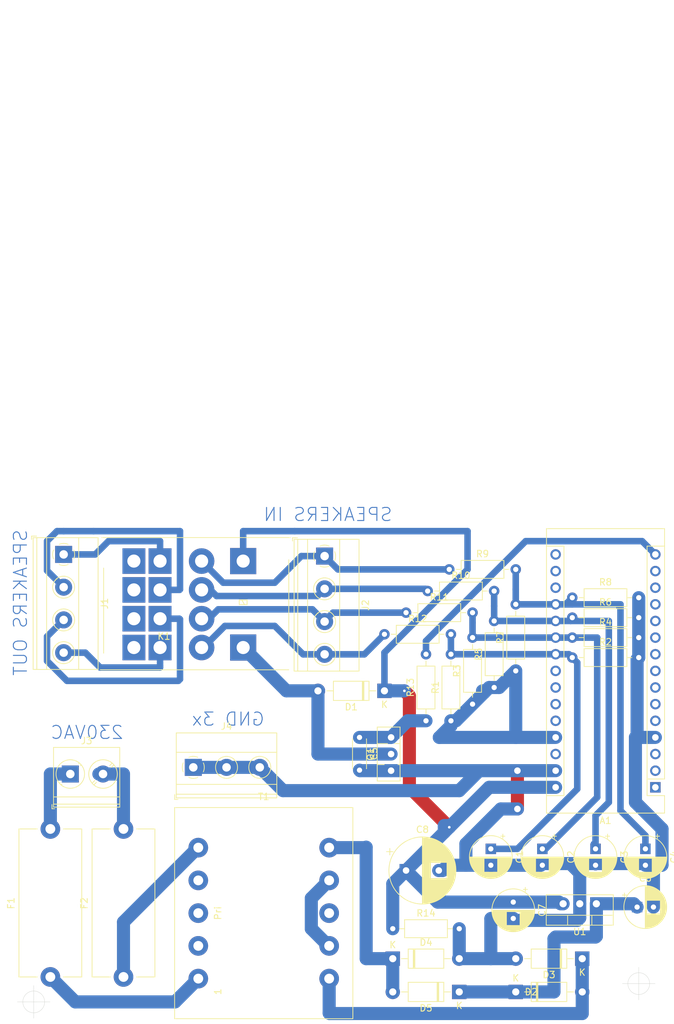
<source format=kicad_pcb>
(kicad_pcb (version 20171130) (host pcbnew "(5.1.7)-1")
  (layers (0 F.Cu signal) (31 B.Cu signal) (34 B.Paste user hide) (35 F.Paste user hide) (36 B.SilkS user hide) (37 F.SilkS user hide) (38 B.Mask user) (39 F.Mask user) (44 Edge.Cuts user))
  (net 0 "")
  (net 1 "Net-(A1-Pad30)")
  (net 2 "Net-(A1-Pad22)")
  (net 3 "Net-(A1-Pad27)")
  (net 4 "Net-(A1-Pad21)")
  (net 5 "Net-(A1-Pad20)")
  (net 6 "Net-(A1-Pad19)")
  (net 7 "Net-(C5-Pad1)")
  (net 8 "Net-(C6-Pad1)")
  (net 9 "Net-(D1-Pad2)")
  (net 10 "Net-(D2-Pad2)")
  (net 11 "Net-(D4-Pad1)")
  (net 12 "Net-(F1-Pad2)")
  (net 13 "Net-(F1-Pad1)")
  (net 14 "Net-(F2-Pad2)")
  (net 15 "Net-(F2-Pad1)")
  (net 16 "Net-(J1-Pad4)")
  (net 17 "Net-(J1-Pad3)")
  (net 18 "Net-(J1-Pad2)")
  (net 19 "Net-(J1-Pad1)")
  (net 20 "Net-(J2-Pad4)")
  (net 21 "Net-(J2-Pad3)")
  (net 22 "Net-(J2-Pad2)")
  (net 23 "Net-(J2-Pad1)")
  (net 24 "Net-(A1-Pad29)")
  (net 25 "Net-(T1-Pad7)")
  (net 26 "Net-(A1-Pad15)")
  (module TerminalBlock_Phoenix:TerminalBlock_Phoenix_MKDS-1,5-3-5.08_1x03_P5.08mm_Horizontal (layer F.Cu) (at 74.041 137.414)
    (fp_text reference J4 (at 5.08 -6.26) (layer F.SilkS))
    (fp_text value Conn_01x03_Female)
    (pad 3 thru_hole circle (at 10.16 0) (size 2.6 2.6) (drill 1.3) (layers *.Cu *.Mask) (net 24 "Net-(A1-Pad29)"))
    (pad 2 thru_hole circle (at 5.08 0) (size 2.6 2.6) (drill 1.3) (layers *.Cu *.Mask) (net 24 "Net-(A1-Pad29)"))
    (pad 1 thru_hole rect (at 0 0) (size 2.6 2.6) (drill 1.3) (layers *.Cu *.Mask) (net 24 "Net-(A1-Pad29)"))
  )
  (module Module:Arduino_Nano (layer F.Cu) (at 144.653 140.462 180)
    (fp_text reference A1 (at 7.62 -5.08 180) (layer F.SilkS))
    (fp_text value Arduino_Nano_v3.x)
    (pad 16 thru_hole oval (at 15.24 35.56 180) (size 1.6 1.6) (drill 1) (layers *.Cu *.Mask))
    (pad 15 thru_hole oval (at 0 35.56 180) (size 1.6 1.6) (drill 1) (layers *.Cu *.Mask) (net 26 "Net-(A1-Pad15)"))
    (pad 30 thru_hole oval (at 15.24 0 180) (size 1.6 1.6) (drill 1) (layers *.Cu *.Mask) (net 1 "Net-(A1-Pad30)"))
    (pad 14 thru_hole oval (at 0 33.02 180) (size 1.6 1.6) (drill 1) (layers *.Cu *.Mask))
    (pad 29 thru_hole oval (at 15.24 2.54 180) (size 1.6 1.6) (drill 1) (layers *.Cu *.Mask) (net 24 "Net-(A1-Pad29)"))
    (pad 13 thru_hole oval (at 0 30.48 180) (size 1.6 1.6) (drill 1) (layers *.Cu *.Mask))
    (pad 28 thru_hole oval (at 15.24 5.08 180) (size 1.6 1.6) (drill 1) (layers *.Cu *.Mask))
    (pad 12 thru_hole oval (at 0 27.94 180) (size 1.6 1.6) (drill 1) (layers *.Cu *.Mask))
    (pad 27 thru_hole oval (at 15.24 7.62 180) (size 1.6 1.6) (drill 1) (layers *.Cu *.Mask) (net 3 "Net-(A1-Pad27)"))
    (pad 11 thru_hole oval (at 0 25.4 180) (size 1.6 1.6) (drill 1) (layers *.Cu *.Mask))
    (pad 26 thru_hole oval (at 15.24 10.16 180) (size 1.6 1.6) (drill 1) (layers *.Cu *.Mask))
    (pad 10 thru_hole oval (at 0 22.86 180) (size 1.6 1.6) (drill 1) (layers *.Cu *.Mask))
    (pad 25 thru_hole oval (at 15.24 12.7 180) (size 1.6 1.6) (drill 1) (layers *.Cu *.Mask))
    (pad 9 thru_hole oval (at 0 20.32 180) (size 1.6 1.6) (drill 1) (layers *.Cu *.Mask))
    (pad 24 thru_hole oval (at 15.24 15.24 180) (size 1.6 1.6) (drill 1) (layers *.Cu *.Mask))
    (pad 8 thru_hole oval (at 0 17.78 180) (size 1.6 1.6) (drill 1) (layers *.Cu *.Mask))
    (pad 23 thru_hole oval (at 15.24 17.78 180) (size 1.6 1.6) (drill 1) (layers *.Cu *.Mask))
    (pad 7 thru_hole oval (at 0 15.24 180) (size 1.6 1.6) (drill 1) (layers *.Cu *.Mask))
    (pad 22 thru_hole oval (at 15.24 20.32 180) (size 1.6 1.6) (drill 1) (layers *.Cu *.Mask) (net 2 "Net-(A1-Pad22)"))
    (pad 6 thru_hole oval (at 0 12.7 180) (size 1.6 1.6) (drill 1) (layers *.Cu *.Mask))
    (pad 21 thru_hole oval (at 15.24 22.86 180) (size 1.6 1.6) (drill 1) (layers *.Cu *.Mask) (net 4 "Net-(A1-Pad21)"))
    (pad 5 thru_hole oval (at 0 10.16 180) (size 1.6 1.6) (drill 1) (layers *.Cu *.Mask))
    (pad 20 thru_hole oval (at 15.24 25.4 180) (size 1.6 1.6) (drill 1) (layers *.Cu *.Mask) (net 5 "Net-(A1-Pad20)"))
    (pad 4 thru_hole oval (at 0 7.62 180) (size 1.6 1.6) (drill 1) (layers *.Cu *.Mask) (net 24 "Net-(A1-Pad29)"))
    (pad 19 thru_hole oval (at 15.24 27.94 180) (size 1.6 1.6) (drill 1) (layers *.Cu *.Mask) (net 6 "Net-(A1-Pad19)"))
    (pad 3 thru_hole oval (at 0 5.08 180) (size 1.6 1.6) (drill 1) (layers *.Cu *.Mask))
    (pad 18 thru_hole oval (at 15.24 30.48 180) (size 1.6 1.6) (drill 1) (layers *.Cu *.Mask))
    (pad 2 thru_hole oval (at 0 2.54 180) (size 1.6 1.6) (drill 1) (layers *.Cu *.Mask))
    (pad 17 thru_hole oval (at 15.24 33.02 180) (size 1.6 1.6) (drill 1) (layers *.Cu *.Mask))
    (pad 1 thru_hole rect (at 0 0 180) (size 1.6 1.6) (drill 1) (layers *.Cu *.Mask))
  )
  (module Package_TO_SOT_THT:TO-220-3_Vertical (layer F.Cu) (at 135.636 158.242 180)
    (fp_text reference U1 (at 2.54 -4.27 180) (layer F.SilkS))
    (fp_text value LM7812_TO220)
    (pad 3 thru_hole oval (at 5.08 0 180) (size 1.905 2) (drill 1.1) (layers *.Cu *.Mask) (net 1 "Net-(A1-Pad30)"))
    (pad 2 thru_hole oval (at 2.54 0 180) (size 1.905 2) (drill 1.1) (layers *.Cu *.Mask) (net 24 "Net-(A1-Pad29)"))
    (pad 1 thru_hole rect (at 0 0 180) (size 1.905 2) (drill 1.1) (layers *.Cu *.Mask) (net 8 "Net-(C6-Pad1)"))
  )
  (module Transformer_THT:Transformer_CHK_EI30-2VA_2xSec (layer F.Cu) (at 74.803 169.672)
    (fp_text reference T1 (at 10 -27.78) (layer F.SilkS))
    (fp_text value Transformer_1P_2S)
    (fp_text user 1 (at 3 2 90) (layer F.SilkS))
    (fp_text user Pri (at 3 -10 90) (layer F.SilkS))
    (pad 10 thru_hole circle (at 20 0) (size 3 3) (drill 1.5) (layers *.Cu *.Mask) (net 10 "Net-(D2-Pad2)"))
    (pad 9 thru_hole circle (at 20 -5) (size 3 3) (drill 1.5) (layers *.Cu *.Mask) (net 25 "Net-(T1-Pad7)"))
    (pad 8 thru_hole circle (at 20 -10) (size 3 3) (drill 1.5) (layers *.Cu *.Mask))
    (pad 7 thru_hole circle (at 20 -15) (size 3 3) (drill 1.5) (layers *.Cu *.Mask) (net 25 "Net-(T1-Pad7)"))
    (pad 6 thru_hole circle (at 20 -20) (size 3 3) (drill 1.5) (layers *.Cu *.Mask) (net 11 "Net-(D4-Pad1)"))
    (pad 5 thru_hole circle (at 0 -20) (size 3 3) (drill 1.5) (layers *.Cu *.Mask) (net 15 "Net-(F2-Pad1)"))
    (pad 4 thru_hole circle (at 0 -15) (size 3 3) (drill 1.5) (layers *.Cu *.Mask))
    (pad 3 thru_hole circle (at 0 -10) (size 3 3) (drill 1.5) (layers *.Cu *.Mask))
    (pad 2 thru_hole circle (at 0 -5) (size 3 3) (drill 1.5) (layers *.Cu *.Mask))
    (pad 1 thru_hole circle (at 0 0) (size 3 3) (drill 1.5) (layers *.Cu *.Mask) (net 13 "Net-(F1-Pad1)"))
  )
  (module Resistor_THT:R_Axial_DIN0207_L6.3mm_D2.5mm_P10.16mm_Horizontal (layer F.Cu) (at 104.521 162.052)
    (fp_text reference R14 (at 5.08 -2.37) (layer F.SilkS))
    (fp_text value 4K7)
    (pad 2 thru_hole oval (at 10.16 0) (size 1.6 1.6) (drill 0.8) (layers *.Cu *.Mask) (net 24 "Net-(A1-Pad29)"))
    (pad 1 thru_hole circle (at 0 0) (size 1.6 1.6) (drill 0.8) (layers *.Cu *.Mask) (net 1 "Net-(A1-Pad30)"))
  )
  (module Resistor_THT:R_Axial_DIN0207_L6.3mm_D2.5mm_P10.16mm_Horizontal (layer F.Cu) (at 109.601 130.302 90)
    (fp_text reference R13 (at 5.08 -2.37 90) (layer F.SilkS))
    (fp_text value 10K)
    (pad 2 thru_hole oval (at 10.16 0 90) (size 1.6 1.6) (drill 0.8) (layers *.Cu *.Mask) (net 26 "Net-(A1-Pad15)"))
    (pad 1 thru_hole circle (at 0 0 90) (size 1.6 1.6) (drill 0.8) (layers *.Cu *.Mask) (net 7 "Net-(C5-Pad1)"))
  )
  (module Resistor_THT:R_Axial_DIN0207_L6.3mm_D2.5mm_P10.16mm_Horizontal (layer F.Cu) (at 103.251 117.094)
    (fp_text reference R12 (at 5.08 -2.37) (layer F.SilkS))
    (fp_text value 82K)
    (pad 2 thru_hole oval (at 10.16 0) (size 1.6 1.6) (drill 0.8) (layers *.Cu *.Mask) (net 2 "Net-(A1-Pad22)"))
    (pad 1 thru_hole circle (at 0 0) (size 1.6 1.6) (drill 0.8) (layers *.Cu *.Mask) (net 20 "Net-(J2-Pad4)"))
  )
  (module Resistor_THT:R_Axial_DIN0207_L6.3mm_D2.5mm_P10.16mm_Horizontal (layer F.Cu) (at 106.553 113.792)
    (fp_text reference R11 (at 5.08 -2.37) (layer F.SilkS))
    (fp_text value 82K)
    (pad 2 thru_hole oval (at 10.16 0) (size 1.6 1.6) (drill 0.8) (layers *.Cu *.Mask) (net 4 "Net-(A1-Pad21)"))
    (pad 1 thru_hole circle (at 0 0) (size 1.6 1.6) (drill 0.8) (layers *.Cu *.Mask) (net 21 "Net-(J2-Pad3)"))
  )
  (module Resistor_THT:R_Axial_DIN0207_L6.3mm_D2.5mm_P10.16mm_Horizontal (layer F.Cu) (at 109.855 110.49)
    (fp_text reference R10 (at 5.08 -2.37) (layer F.SilkS))
    (fp_text value 82K)
    (pad 2 thru_hole oval (at 10.16 0) (size 1.6 1.6) (drill 0.8) (layers *.Cu *.Mask) (net 5 "Net-(A1-Pad20)"))
    (pad 1 thru_hole circle (at 0 0) (size 1.6 1.6) (drill 0.8) (layers *.Cu *.Mask) (net 22 "Net-(J2-Pad2)"))
  )
  (module Resistor_THT:R_Axial_DIN0207_L6.3mm_D2.5mm_P10.16mm_Horizontal (layer F.Cu) (at 113.157 107.188)
    (fp_text reference R9 (at 5.08 -2.37) (layer F.SilkS))
    (fp_text value 82K)
    (pad 2 thru_hole oval (at 10.16 0) (size 1.6 1.6) (drill 0.8) (layers *.Cu *.Mask) (net 6 "Net-(A1-Pad19)"))
    (pad 1 thru_hole circle (at 0 0) (size 1.6 1.6) (drill 0.8) (layers *.Cu *.Mask) (net 23 "Net-(J2-Pad1)"))
  )
  (module Resistor_THT:R_Axial_DIN0207_L6.3mm_D2.5mm_P10.16mm_Horizontal (layer F.Cu) (at 131.953 111.506)
    (fp_text reference R8 (at 5.08 -2.37) (layer F.SilkS))
    (fp_text value 10K)
    (pad 2 thru_hole oval (at 10.16 0) (size 1.6 1.6) (drill 0.8) (layers *.Cu *.Mask) (net 24 "Net-(A1-Pad29)"))
    (pad 1 thru_hole circle (at 0 0) (size 1.6 1.6) (drill 0.8) (layers *.Cu *.Mask) (net 6 "Net-(A1-Pad19)"))
  )
  (module Resistor_THT:R_Axial_DIN0207_L6.3mm_D2.5mm_P10.16mm_Horizontal (layer F.Cu) (at 123.317 122.682 90)
    (fp_text reference R7 (at 5.08 -2.37 90) (layer F.SilkS))
    (fp_text value 10K)
    (pad 2 thru_hole oval (at 10.16 0 90) (size 1.6 1.6) (drill 0.8) (layers *.Cu *.Mask) (net 6 "Net-(A1-Pad19)"))
    (pad 1 thru_hole circle (at 0 0 90) (size 1.6 1.6) (drill 0.8) (layers *.Cu *.Mask) (net 3 "Net-(A1-Pad27)"))
  )
  (module Resistor_THT:R_Axial_DIN0207_L6.3mm_D2.5mm_P10.16mm_Horizontal (layer F.Cu) (at 131.953 114.554)
    (fp_text reference R6 (at 5.08 -2.37) (layer F.SilkS))
    (fp_text value 10K)
    (pad 2 thru_hole oval (at 10.16 0) (size 1.6 1.6) (drill 0.8) (layers *.Cu *.Mask) (net 24 "Net-(A1-Pad29)"))
    (pad 1 thru_hole circle (at 0 0) (size 1.6 1.6) (drill 0.8) (layers *.Cu *.Mask) (net 5 "Net-(A1-Pad20)"))
  )
  (module Resistor_THT:R_Axial_DIN0207_L6.3mm_D2.5mm_P10.16mm_Horizontal (layer F.Cu) (at 120.015 125.222 90)
    (fp_text reference R5 (at 5.08 -2.37 90) (layer F.SilkS))
    (fp_text value 10K)
    (pad 2 thru_hole oval (at 10.16 0 90) (size 1.6 1.6) (drill 0.8) (layers *.Cu *.Mask) (net 5 "Net-(A1-Pad20)"))
    (pad 1 thru_hole circle (at 0 0 90) (size 1.6 1.6) (drill 0.8) (layers *.Cu *.Mask) (net 3 "Net-(A1-Pad27)"))
  )
  (module Resistor_THT:R_Axial_DIN0207_L6.3mm_D2.5mm_P10.16mm_Horizontal (layer F.Cu) (at 131.953 117.602)
    (fp_text reference R4 (at 5.08 -2.37) (layer F.SilkS))
    (fp_text value 10K)
    (pad 2 thru_hole oval (at 10.16 0) (size 1.6 1.6) (drill 0.8) (layers *.Cu *.Mask) (net 24 "Net-(A1-Pad29)"))
    (pad 1 thru_hole circle (at 0 0) (size 1.6 1.6) (drill 0.8) (layers *.Cu *.Mask) (net 4 "Net-(A1-Pad21)"))
  )
  (module Resistor_THT:R_Axial_DIN0207_L6.3mm_D2.5mm_P10.16mm_Horizontal (layer F.Cu) (at 116.713 127.762 90)
    (fp_text reference R3 (at 5.08 -2.37 90) (layer F.SilkS))
    (fp_text value 10K)
    (pad 2 thru_hole oval (at 10.16 0 90) (size 1.6 1.6) (drill 0.8) (layers *.Cu *.Mask) (net 4 "Net-(A1-Pad21)"))
    (pad 1 thru_hole circle (at 0 0 90) (size 1.6 1.6) (drill 0.8) (layers *.Cu *.Mask) (net 3 "Net-(A1-Pad27)"))
  )
  (module Resistor_THT:R_Axial_DIN0207_L6.3mm_D2.5mm_P10.16mm_Horizontal (layer F.Cu) (at 131.953 120.65)
    (fp_text reference R2 (at 5.08 -2.37) (layer F.SilkS))
    (fp_text value 10K)
    (pad 2 thru_hole oval (at 10.16 0) (size 1.6 1.6) (drill 0.8) (layers *.Cu *.Mask) (net 24 "Net-(A1-Pad29)"))
    (pad 1 thru_hole circle (at 0 0) (size 1.6 1.6) (drill 0.8) (layers *.Cu *.Mask) (net 2 "Net-(A1-Pad22)"))
  )
  (module Resistor_THT:R_Axial_DIN0207_L6.3mm_D2.5mm_P10.16mm_Horizontal (layer F.Cu) (at 113.411 130.302 90)
    (fp_text reference R1 (at 5.08 -2.37 90) (layer F.SilkS))
    (fp_text value 10K)
    (pad 2 thru_hole oval (at 10.16 0 90) (size 1.6 1.6) (drill 0.8) (layers *.Cu *.Mask) (net 2 "Net-(A1-Pad22)"))
    (pad 1 thru_hole circle (at 0 0 90) (size 1.6 1.6) (drill 0.8) (layers *.Cu *.Mask) (net 3 "Net-(A1-Pad27)"))
  )
  (module Package_TO_SOT_THT:TO-126-3_Vertical (layer F.Cu) (at 104.267 137.922 90)
    (fp_text reference Q1 (at 2.54 -3.12 90) (layer F.SilkS))
    (fp_text value BD135)
    (pad 3 thru_hole oval (at 5.08 0 90) (size 1.8 1.8) (drill 1) (layers *.Cu *.Mask) (net 7 "Net-(C5-Pad1)"))
    (pad 2 thru_hole oval (at 2.54 0 90) (size 1.8 1.8) (drill 1) (layers *.Cu *.Mask) (net 9 "Net-(D1-Pad2)"))
    (pad 1 thru_hole rect (at 0 0 90) (size 1.8 1.8) (drill 1) (layers *.Cu *.Mask) (net 24 "Net-(A1-Pad29)"))
  )
  (module Relay_THT:Relay_4PDT_SCHRACK_PT570012 (layer F.Cu) (at 81.661 105.918 180)
    (fp_text reference K1 (at 12.1 -11.5) (layer F.SilkS))
    (fp_text value SCHRACK_PT570012)
    (pad 42 thru_hole rect (at 16.7 -13.2 270) (size 3.9 3.5) (drill 2) (layers *.Cu *.Mask))
    (pad 44 thru_hole rect (at 12.7 -13.2 270) (size 3.9 3.5) (drill 2) (layers *.Cu *.Mask) (net 16 "Net-(J1-Pad4)"))
    (pad 41 thru_hole circle (at 6.35 -13.2 270) (size 3.9 3.9) (drill 2) (layers *.Cu *.Mask) (net 20 "Net-(J2-Pad4)"))
    (pad 32 thru_hole rect (at 16.7 -8.8 270) (size 3.9 3.5) (drill 2) (layers *.Cu *.Mask))
    (pad 34 thru_hole rect (at 12.7 -8.8 270) (size 3.9 3.5) (drill 2) (layers *.Cu *.Mask) (net 17 "Net-(J1-Pad3)"))
    (pad 31 thru_hole circle (at 6.35 -8.8 270) (size 3.9 3.9) (drill 2) (layers *.Cu *.Mask) (net 21 "Net-(J2-Pad3)"))
    (pad 22 thru_hole rect (at 16.7 -4.4 270) (size 3.9 3.5) (drill 2) (layers *.Cu *.Mask))
    (pad 24 thru_hole rect (at 12.7 -4.4 270) (size 3.9 3.5) (drill 2) (layers *.Cu *.Mask) (net 18 "Net-(J1-Pad2)"))
    (pad 21 thru_hole circle (at 6.35 -4.4 270) (size 3.9 3.9) (drill 2) (layers *.Cu *.Mask) (net 22 "Net-(J2-Pad2)"))
    (pad A2 thru_hole rect (at 0 -13.2 270) (size 4 4) (drill 2) (layers *.Cu *.Mask) (net 9 "Net-(D1-Pad2)"))
    (pad 12 thru_hole rect (at 16.7 0 270) (size 3.9 3.5) (drill 2) (layers *.Cu *.Mask))
    (pad 14 thru_hole rect (at 12.7 0 270) (size 3.9 3.5) (drill 2) (layers *.Cu *.Mask) (net 19 "Net-(J1-Pad1)"))
    (pad 11 thru_hole circle (at 6.35 0 270) (size 3.9 3.9) (drill 2) (layers *.Cu *.Mask) (net 23 "Net-(J2-Pad1)"))
    (pad A1 thru_hole rect (at 0 0 270) (size 4 4) (drill 2) (layers *.Cu *.Mask) (net 1 "Net-(A1-Pad30)"))
  )
  (module TerminalBlock_Phoenix:TerminalBlock_Phoenix_PT-1,5-2-5.0-H_1x02_P5.00mm_Horizontal (layer F.Cu) (at 55.245 138.43)
    (fp_text reference J3 (at 2.5 -5.06) (layer F.SilkS))
    (fp_text value Conn_01x02_Female)
    (pad 2 thru_hole circle (at 5 0) (size 2.6 2.6) (drill 1.3) (layers *.Cu *.Mask) (net 14 "Net-(F2-Pad2)"))
    (pad 1 thru_hole rect (at 0 0) (size 2.6 2.6) (drill 1.3) (layers *.Cu *.Mask) (net 12 "Net-(F1-Pad2)"))
  )
  (module TerminalBlock_Phoenix:TerminalBlock_Phoenix_MKDS-1,5-4_1x04_P5.00mm_Horizontal (layer F.Cu) (at 94.107 105.156 270)
    (fp_text reference J2 (at 7.5 -6.26 270) (layer F.SilkS))
    (fp_text value Conn_01x04_Female)
    (pad 4 thru_hole circle (at 15 0 270) (size 2.6 2.6) (drill 1.3) (layers *.Cu *.Mask) (net 20 "Net-(J2-Pad4)"))
    (pad 3 thru_hole circle (at 10 0 270) (size 2.6 2.6) (drill 1.3) (layers *.Cu *.Mask) (net 21 "Net-(J2-Pad3)"))
    (pad 2 thru_hole circle (at 5 0 270) (size 2.6 2.6) (drill 1.3) (layers *.Cu *.Mask) (net 22 "Net-(J2-Pad2)"))
    (pad 1 thru_hole rect (at 0 0 270) (size 2.6 2.6) (drill 1.3) (layers *.Cu *.Mask) (net 23 "Net-(J2-Pad1)"))
  )
  (module TerminalBlock_Phoenix:TerminalBlock_Phoenix_MKDS-1,5-4_1x04_P5.00mm_Horizontal (layer F.Cu) (at 54.229 104.902 270)
    (fp_text reference J1 (at 7.5 -6.26 270) (layer F.SilkS))
    (fp_text value Conn_01x04_Female)
    (pad 4 thru_hole circle (at 15 0 270) (size 2.6 2.6) (drill 1.3) (layers *.Cu *.Mask) (net 16 "Net-(J1-Pad4)"))
    (pad 3 thru_hole circle (at 10 0 270) (size 2.6 2.6) (drill 1.3) (layers *.Cu *.Mask) (net 17 "Net-(J1-Pad3)"))
    (pad 2 thru_hole circle (at 5 0 270) (size 2.6 2.6) (drill 1.3) (layers *.Cu *.Mask) (net 18 "Net-(J1-Pad2)"))
    (pad 1 thru_hole rect (at 0 0 270) (size 2.6 2.6) (drill 1.3) (layers *.Cu *.Mask) (net 19 "Net-(J1-Pad1)"))
  )
  (module Fuse:Fuseholder_Cylinder-5x20mm_Stelvio-Kontek_PTF78_Horizontal_Open (layer F.Cu) (at 63.373 169.418 90)
    (fp_text reference F2 (at 11.25 -6 -90) (layer F.SilkS))
    (fp_text value Fuse)
    (pad 2 thru_hole circle (at 22.6 0 90) (size 3 3) (drill 1.5) (layers *.Cu *.Mask) (net 14 "Net-(F2-Pad2)"))
    (pad 1 thru_hole circle (at 0 0 90) (size 3 3) (drill 1.5) (layers *.Cu *.Mask) (net 15 "Net-(F2-Pad1)"))
  )
  (module Fuse:Fuseholder_Cylinder-5x20mm_Stelvio-Kontek_PTF78_Horizontal_Open (layer F.Cu) (at 52.197 169.418 90)
    (fp_text reference F1 (at 11.25 -6 90) (layer F.SilkS))
    (fp_text value Fuse)
    (pad 2 thru_hole circle (at 22.6 0 90) (size 3 3) (drill 1.5) (layers *.Cu *.Mask) (net 12 "Net-(F1-Pad2)"))
    (pad 1 thru_hole circle (at 0 0 90) (size 3 3) (drill 1.5) (layers *.Cu *.Mask) (net 13 "Net-(F1-Pad1)"))
  )
  (module Diode_THT:D_DO-41_SOD81_P10.16mm_Horizontal (layer F.Cu) (at 114.681 171.704 180)
    (fp_text reference D5 (at 5.08 -2.47) (layer F.SilkS))
    (fp_text value 1N4001)
    (fp_text user K (at 0 -2.1) (layer F.SilkS))
    (pad 2 thru_hole oval (at 10.16 0 180) (size 2.2 2.2) (drill 1.1) (layers *.Cu *.Mask) (net 11 "Net-(D4-Pad1)"))
    (pad 1 thru_hole rect (at 0 0 180) (size 2.2 2.2) (drill 1.1) (layers *.Cu *.Mask) (net 8 "Net-(C6-Pad1)"))
  )
  (module Diode_THT:D_DO-41_SOD81_P10.16mm_Horizontal (layer F.Cu) (at 104.521 166.624)
    (fp_text reference D4 (at 5.08 -2.47) (layer F.SilkS))
    (fp_text value 1N4001)
    (fp_text user K (at 0 -2.1) (layer F.SilkS))
    (pad 2 thru_hole oval (at 10.16 0) (size 2.2 2.2) (drill 1.1) (layers *.Cu *.Mask) (net 24 "Net-(A1-Pad29)"))
    (pad 1 thru_hole rect (at 0 0) (size 2.2 2.2) (drill 1.1) (layers *.Cu *.Mask) (net 11 "Net-(D4-Pad1)"))
  )
  (module Diode_THT:D_DO-41_SOD81_P10.16mm_Horizontal (layer F.Cu) (at 133.477 166.624 180)
    (fp_text reference D3 (at 5.08 -2.47) (layer F.SilkS))
    (fp_text value 1N4001)
    (fp_text user K (at 0 -2.1) (layer F.SilkS))
    (pad 2 thru_hole oval (at 10.16 0 180) (size 2.2 2.2) (drill 1.1) (layers *.Cu *.Mask) (net 24 "Net-(A1-Pad29)"))
    (pad 1 thru_hole rect (at 0 0 180) (size 2.2 2.2) (drill 1.1) (layers *.Cu *.Mask) (net 10 "Net-(D2-Pad2)"))
  )
  (module Diode_THT:D_DO-41_SOD81_P10.16mm_Horizontal (layer F.Cu) (at 123.317 171.704)
    (fp_text reference D2 (at 2.36 0) (layer F.SilkS))
    (fp_text value 1N4001)
    (fp_text user K (at 0 -2.1) (layer F.SilkS))
    (pad 2 thru_hole oval (at 10.16 0) (size 2.2 2.2) (drill 1.1) (layers *.Cu *.Mask) (net 10 "Net-(D2-Pad2)"))
    (pad 1 thru_hole rect (at 0 0) (size 2.2 2.2) (drill 1.1) (layers *.Cu *.Mask) (net 8 "Net-(C6-Pad1)"))
  )
  (module Diode_THT:D_DO-41_SOD81_P10.16mm_Horizontal (layer F.Cu) (at 103.251 125.73 180)
    (fp_text reference D1 (at 5.08 -2.47) (layer F.SilkS))
    (fp_text value 1N4001)
    (fp_text user K (at 0 -2.1) (layer F.SilkS))
    (pad 2 thru_hole oval (at 10.16 0 180) (size 2.2 2.2) (drill 1.1) (layers *.Cu *.Mask) (net 9 "Net-(D1-Pad2)"))
    (pad 1 thru_hole rect (at 0 0 180) (size 2.2 2.2) (drill 1.1) (layers *.Cu *.Mask) (net 1 "Net-(A1-Pad30)"))
  )
  (module Capacitor_THT:CP_Radial_D10.0mm_P5.00mm (layer F.Cu) (at 106.553 153.162)
    (fp_text reference C8 (at 2.5 -6.25) (layer F.SilkS))
    (fp_text value 2200uF)
    (pad 2 thru_hole circle (at 5 0) (size 2 2) (drill 1) (layers *.Cu *.Mask) (net 24 "Net-(A1-Pad29)"))
    (pad 1 thru_hole rect (at 0 0) (size 2 2) (drill 1) (layers *.Cu *.Mask) (net 1 "Net-(A1-Pad30)"))
  )
  (module Capacitor_THT:CP_Radial_D6.3mm_P2.50mm (layer F.Cu) (at 122.936 157.988 270)
    (fp_text reference C7 (at 1.25 -4.4 90) (layer F.SilkS))
    (fp_text value 100uF)
    (pad 2 thru_hole circle (at 2.5 0 270) (size 1.6 1.6) (drill 0.8) (layers *.Cu *.Mask) (net 24 "Net-(A1-Pad29)"))
    (pad 1 thru_hole rect (at 0 0 270) (size 1.6 1.6) (drill 0.8) (layers *.Cu *.Mask) (net 1 "Net-(A1-Pad30)"))
  )
  (module Capacitor_THT:CP_Radial_D6.3mm_P2.50mm (layer F.Cu) (at 141.859 158.75)
    (fp_text reference C6 (at 1.25 -4.4 -180) (layer F.SilkS))
    (fp_text value 100uF)
    (pad 2 thru_hole circle (at 2.5 0) (size 1.6 1.6) (drill 0.8) (layers *.Cu *.Mask) (net 24 "Net-(A1-Pad29)"))
    (pad 1 thru_hole rect (at 0 0) (size 1.6 1.6) (drill 0.8) (layers *.Cu *.Mask) (net 8 "Net-(C6-Pad1)"))
  )
  (module Capacitor_THT:C_Disc_D4.3mm_W1.9mm_P5.00mm (layer F.Cu) (at 99.441 132.842 270)
    (fp_text reference C5 (at 2.5 -2.2 270) (layer F.SilkS))
    (fp_text value 1nF)
    (pad 2 thru_hole circle (at 5 0 270) (size 1.6 1.6) (drill 0.8) (layers *.Cu *.Mask) (net 24 "Net-(A1-Pad29)"))
    (pad 1 thru_hole circle (at 0 0 270) (size 1.6 1.6) (drill 0.8) (layers *.Cu *.Mask) (net 7 "Net-(C5-Pad1)"))
  )
  (module Capacitor_THT:CP_Radial_D6.3mm_P2.50mm (layer F.Cu) (at 143.129 149.86 270)
    (fp_text reference C4 (at 1.25 -4.4 270) (layer F.SilkS))
    (fp_text value 100uF)
    (pad 2 thru_hole circle (at 2.5 0 270) (size 1.6 1.6) (drill 0.8) (layers *.Cu *.Mask) (net 24 "Net-(A1-Pad29)"))
    (pad 1 thru_hole rect (at 0 0 270) (size 1.6 1.6) (drill 0.8) (layers *.Cu *.Mask) (net 6 "Net-(A1-Pad19)"))
  )
  (module Capacitor_THT:CP_Radial_D6.3mm_P2.50mm (layer F.Cu) (at 135.509 149.86 270)
    (fp_text reference C3 (at 1.25 -4.4 270) (layer F.SilkS))
    (fp_text value 100uF)
    (pad 2 thru_hole circle (at 2.5 0 270) (size 1.6 1.6) (drill 0.8) (layers *.Cu *.Mask) (net 24 "Net-(A1-Pad29)"))
    (pad 1 thru_hole rect (at 0 0 270) (size 1.6 1.6) (drill 0.8) (layers *.Cu *.Mask) (net 5 "Net-(A1-Pad20)"))
  )
  (module Capacitor_THT:CP_Radial_D6.3mm_P2.50mm (layer F.Cu) (at 127.381 149.86 270)
    (fp_text reference C2 (at 1.25 -4.4 90) (layer F.SilkS))
    (fp_text value 100uF)
    (pad 2 thru_hole circle (at 2.5 0 270) (size 1.6 1.6) (drill 0.8) (layers *.Cu *.Mask) (net 24 "Net-(A1-Pad29)"))
    (pad 1 thru_hole rect (at 0 0 270) (size 1.6 1.6) (drill 0.8) (layers *.Cu *.Mask) (net 4 "Net-(A1-Pad21)"))
  )
  (module Capacitor_THT:CP_Radial_D6.3mm_P2.50mm (layer F.Cu) (at 119.507 149.86 270)
    (fp_text reference C1 (at 1.25 -4.4 90) (layer F.SilkS))
    (fp_text value 100uF)
    (pad 2 thru_hole circle (at 2.5 0 270) (size 1.6 1.6) (drill 0.8) (layers *.Cu *.Mask) (net 24 "Net-(A1-Pad29)"))
    (pad 1 thru_hole rect (at 0 0 270) (size 1.6 1.6) (drill 0.8) (layers *.Cu *.Mask) (net 2 "Net-(A1-Pad22)"))
  )
  (gr_text "SPEAKERS IN" (at 94.615 98.806) (layer B.Cu) (effects (font (size 2 2)) (justify mirror)))
  (gr_text "SPEAKERS OUT" (at 47.625 112.268 90) (layer B.Cu) (effects (font (size 2 2)) (justify mirror)))
  (gr_text 230VAC (at 57.785 132.08) (layer B.Cu) (effects (font (size 2 2)) (justify mirror)))
  (gr_text "GND 3x" (at 79.375 130.048) (layer B.Cu) (effects (font (size 2 2)) (justify mirror)))
  (target plus (at 142.113 170.434) (size 5) (width 0.05) (layer Edge.Cuts))
  (target plus (at 49.657 173.228) (size 5) (width 0.05) (layer Edge.Cuts))
  (segment (start 130.556 158.242) (end 130.175 158.242) (width 2) (layer B.Cu) (net 1))
  (segment (start 130.175 158.242) (end 129.921 157.988) (width 2) (layer B.Cu) (net 1))
  (segment (start 129.921 157.988) (end 111.379 157.988) (width 2) (layer B.Cu) (net 1))
  (segment (start 111.379 157.988) (end 106.553 153.162) (width 2) (layer B.Cu) (net 1))
  (segment (start 129.413 140.462) (end 119.253 140.462) (width 2) (layer B.Cu) (net 1))
  (segment (start 119.253 140.462) (end 112.395 147.32) (width 2) (layer B.Cu) (net 1))
  (segment (start 112.395 147.32) (end 106.553 153.162) (width 2) (layer B.Cu) (net 1))
  (segment (start 104.521 162.052) (end 104.521 155.194) (width 2) (layer B.Cu) (net 1))
  (segment (start 104.521 155.194) (end 106.553 153.162) (width 2) (layer B.Cu) (net 1))
  (segment (start 129.413 120.142) (end 113.411 120.142) (width 1) (layer B.Cu) (net 2))
  (segment (start 113.411 117.856) (end 113.411 120.142) (width 1) (layer B.Cu) (net 2))
  (segment (start 113.411 117.856) (end 113.411 117.094) (width 1) (layer B.Cu) (net 2))
  (segment (start 119.507 149.86) (end 123.571 149.86) (width 1) (layer B.Cu) (net 2))
  (segment (start 132.715 121.412) (end 131.445 120.142) (width 1) (layer B.Cu) (net 2))
  (segment (start 132.715 140.716) (end 132.715 121.412) (width 1) (layer B.Cu) (net 2))
  (segment (start 123.571 149.86) (end 132.715 140.716) (width 1) (layer B.Cu) (net 2))
  (segment (start 131.445 120.142) (end 129.413 120.142) (width 1) (layer B.Cu) (net 2))
  (segment (start 113.411 130.302) (end 114.173 130.302) (width 2) (layer B.Cu) (net 3))
  (segment (start 119.253 125.222) (end 120.777 125.222) (width 2) (layer B.Cu) (net 3))
  (segment (start 114.173 130.302) (end 118.491 125.984) (width 2) (layer B.Cu) (net 3))
  (segment (start 118.491 125.984) (end 119.253 125.222) (width 2) (layer B.Cu) (net 3))
  (segment (start 120.777 125.222) (end 123.317 122.682) (width 2) (layer B.Cu) (net 3))
  (segment (start 123.317 122.682) (end 123.317 132.842) (width 2) (layer B.Cu) (net 3))
  (segment (start 123.317 132.842) (end 129.413 132.842) (width 2) (layer B.Cu) (net 3))
  (segment (start 123.317 132.842) (end 111.633 132.842) (width 2) (layer B.Cu) (net 3))
  (segment (start 113.411 131.064) (end 113.411 130.302) (width 2) (layer B.Cu) (net 3))
  (segment (start 111.633 132.842) (end 113.411 131.064) (width 2) (layer B.Cu) (net 3))
  (segment (start 103.251 125.73) (end 103.251 119.888) (width 1) (layer B.Cu) (net 1))
  (segment (start 115.951 101.346) (end 115.951 107.188) (width 1) (layer B.Cu) (net 1))
  (segment (start 89.535 101.346) (end 115.951 101.346) (width 1) (layer B.Cu) (net 1))
  (segment (start 81.661 101.346) (end 89.535 101.346) (width 1) (layer B.Cu) (net 1))
  (segment (start 81.661 101.346) (end 81.661 105.918) (width 1) (layer B.Cu) (net 1))
  (segment (start 103.251 119.888) (end 115.951 107.188) (width 1) (layer B.Cu) (net 1))
  (segment (start 103.251 125.73) (end 106.299 125.73) (width 2) (layer B.Cu) (net 1))
  (via (at 113.157 146.558) (size 0.8) (drill 0.4) (layers F.Cu B.Cu) (net 1))
  (segment (start 107.061 140.462) (end 113.157 146.558) (width 2) (layer F.Cu) (net 1))
  (segment (start 107.061 126.492) (end 107.061 140.462) (width 2) (layer F.Cu) (net 1))
  (segment (start 106.299 125.73) (end 107.061 126.492) (width 2) (layer F.Cu) (net 1))
  (via (at 106.299 125.73) (size 0.8) (drill 0.4) (layers F.Cu B.Cu) (net 1))
  (segment (start 113.157 146.558) (end 112.903 146.558) (width 2) (layer B.Cu) (net 1))
  (segment (start 112.903 146.558) (end 113.157 146.558) (width 2) (layer B.Cu) (net 1))
  (segment (start 113.157 146.558) (end 112.903 146.304) (width 2) (layer B.Cu) (net 1))
  (segment (start 112.903 146.304) (end 112.395 146.304) (width 2) (layer B.Cu) (net 1))
  (segment (start 112.395 146.304) (end 112.395 147.32) (width 2) (layer B.Cu) (net 1))
  (segment (start 118.237 125.73) (end 118.491 125.984) (width 1) (layer B.Cu) (net 3))
  (segment (start 118.237 125.73) (end 118.491 125.984) (width 2) (layer B.Cu) (net 3))
  (segment (start 127.381 149.86) (end 127.889 149.86) (width 1) (layer B.Cu) (net 4))
  (segment (start 135.763 141.986) (end 133.477 144.272) (width 1) (layer B.Cu) (net 4))
  (segment (start 135.763 141.986) (end 135.763 117.602) (width 1) (layer B.Cu) (net 4))
  (segment (start 127.889 149.86) (end 133.477 144.272) (width 1) (layer B.Cu) (net 4))
  (segment (start 129.413 117.602) (end 133.477 117.602) (width 1) (layer B.Cu) (net 4))
  (segment (start 135.763 117.602) (end 135.001 117.602) (width 1) (layer B.Cu) (net 4))
  (segment (start 135.001 117.602) (end 133.477 117.602) (width 1) (layer B.Cu) (net 4))
  (segment (start 129.413 117.602) (end 116.713 117.602) (width 1) (layer B.Cu) (net 4))
  (segment (start 116.713 117.602) (end 116.713 115.316) (width 1) (layer B.Cu) (net 4))
  (segment (start 116.713 115.316) (end 116.713 113.792) (width 1) (layer B.Cu) (net 4))
  (segment (start 135.509 149.86) (end 135.509 149.352) (width 1) (layer B.Cu) (net 5))
  (segment (start 135.509 149.352) (end 135.255 149.098) (width 1) (layer B.Cu) (net 5))
  (segment (start 129.413 115.062) (end 120.015 115.062) (width 1) (layer B.Cu) (net 5))
  (segment (start 120.015 115.062) (end 120.015 112.776) (width 1) (layer B.Cu) (net 5))
  (segment (start 120.015 112.776) (end 120.015 110.49) (width 1) (layer B.Cu) (net 5))
  (segment (start 135.509 149.86) (end 135.509 144.78) (width 1) (layer B.Cu) (net 5))
  (segment (start 137.541 115.062) (end 129.413 115.062) (width 1) (layer B.Cu) (net 5))
  (segment (start 137.541 142.748) (end 137.541 115.062) (width 1) (layer B.Cu) (net 5))
  (segment (start 135.509 144.78) (end 137.541 142.748) (width 1) (layer B.Cu) (net 5))
  (segment (start 131.953 114.554) (end 131.953 114.808) (width 1) (layer B.Cu) (net 5))
  (segment (start 131.699 115.062) (end 131.953 114.554) (width 1) (layer B.Cu) (net 5))
  (segment (start 131.953 114.808) (end 131.699 115.062) (width 1) (layer B.Cu) (net 5))
  (segment (start 129.413 112.522) (end 123.317 112.522) (width 1) (layer B.Cu) (net 6))
  (segment (start 123.317 112.522) (end 123.317 110.236) (width 1) (layer B.Cu) (net 6))
  (segment (start 123.317 110.236) (end 123.317 107.188) (width 1) (layer B.Cu) (net 6))
  (segment (start 143.129 149.86) (end 143.129 147.828) (width 1) (layer B.Cu) (net 6))
  (segment (start 143.129 147.828) (end 139.319 144.018) (width 1) (layer B.Cu) (net 6))
  (segment (start 139.319 144.018) (end 139.319 112.776) (width 1) (layer B.Cu) (net 6))
  (segment (start 129.413 112.522) (end 131.953 112.522) (width 1) (layer B.Cu) (net 6))
  (segment (start 131.953 112.522) (end 139.319 112.522) (width 1) (layer B.Cu) (net 6))
  (segment (start 139.065 112.776) (end 139.319 112.776) (width 1) (layer B.Cu) (net 6))
  (segment (start 139.319 112.522) (end 139.065 112.776) (width 1) (layer B.Cu) (net 6))
  (segment (start 131.953 111.506) (end 131.953 111.76) (width 1) (layer B.Cu) (net 6))
  (segment (start 131.953 111.76) (end 131.953 111.506) (width 1) (layer B.Cu) (net 6))
  (segment (start 131.953 111.506) (end 130.937 112.522) (width 1) (layer B.Cu) (net 6))
  (segment (start 130.937 112.522) (end 131.953 112.522) (width 1) (layer B.Cu) (net 6))
  (segment (start 104.267 132.842) (end 99.441 132.842) (width 2) (layer B.Cu) (net 7))
  (segment (start 109.601 130.302) (end 106.807 130.302) (width 2) (layer B.Cu) (net 7))
  (segment (start 106.807 130.302) (end 104.267 132.842) (width 2) (layer B.Cu) (net 7))
  (segment (start 114.681 171.704) (end 123.317 171.704) (width 2) (layer B.Cu) (net 8))
  (segment (start 123.317 171.704) (end 129.159 171.704) (width 2) (layer B.Cu) (net 8))
  (segment (start 135.636 163.195) (end 135.509 163.068) (width 2) (layer B.Cu) (net 8))
  (segment (start 135.509 163.322) (end 135.636 163.195) (width 2) (layer B.Cu) (net 8))
  (segment (start 129.413 163.322) (end 135.509 163.322) (width 2) (layer B.Cu) (net 8))
  (segment (start 129.159 163.576) (end 129.413 163.322) (width 2) (layer B.Cu) (net 8))
  (segment (start 129.159 171.704) (end 129.159 163.576) (width 2) (layer B.Cu) (net 8))
  (segment (start 135.636 158.242) (end 135.636 163.195) (width 2) (layer B.Cu) (net 8))
  (segment (start 135.636 158.242) (end 141.351 158.242) (width 2) (layer B.Cu) (net 8))
  (segment (start 141.351 158.242) (end 141.859 158.75) (width 2) (layer B.Cu) (net 8))
  (segment (start 93.091 125.73) (end 88.273 125.73) (width 1) (layer B.Cu) (net 9))
  (segment (start 81.661 119.118) (end 88.273 125.73) (width 2) (layer B.Cu) (net 9))
  (segment (start 88.273 125.73) (end 93.091 125.73) (width 2) (layer B.Cu) (net 9))
  (segment (start 104.267 135.382) (end 93.091 135.382) (width 2) (layer B.Cu) (net 9))
  (segment (start 93.091 135.382) (end 93.091 125.73) (width 2) (layer B.Cu) (net 9))
  (segment (start 94.803 169.672) (end 94.803 174.94) (width 2) (layer B.Cu) (net 10))
  (segment (start 133.477 175.006) (end 133.477 171.704) (width 2) (layer B.Cu) (net 10))
  (segment (start 94.869 175.006) (end 133.477 175.006) (width 2) (layer B.Cu) (net 10))
  (segment (start 94.803 174.94) (end 94.869 175.006) (width 2) (layer B.Cu) (net 10))
  (segment (start 133.477 171.704) (end 133.477 166.624) (width 2) (layer B.Cu) (net 10))
  (segment (start 104.521 166.624) (end 100.457 166.624) (width 2) (layer B.Cu) (net 11))
  (segment (start 100.391 149.672) (end 94.803 149.672) (width 2) (layer B.Cu) (net 11))
  (segment (start 100.457 149.606) (end 100.391 149.672) (width 2) (layer B.Cu) (net 11))
  (segment (start 100.457 166.624) (end 100.457 149.606) (width 2) (layer B.Cu) (net 11))
  (segment (start 104.521 171.704) (end 104.521 166.624) (width 2) (layer B.Cu) (net 11))
  (segment (start 52.197 146.818) (end 52.197 138.43) (width 2) (layer B.Cu) (net 12))
  (segment (start 52.197 138.43) (end 54.61 138.43) (width 2) (layer B.Cu) (net 12))
  (segment (start 52.07 169.545) (end 52.324 169.545) (width 2) (layer B.Cu) (net 13))
  (segment (start 71.247 173.228) (end 74.803 169.672) (width 2) (layer B.Cu) (net 13))
  (segment (start 56.007 173.228) (end 71.247 173.228) (width 2) (layer B.Cu) (net 13))
  (segment (start 52.324 169.545) (end 56.007 173.228) (width 2) (layer B.Cu) (net 13))
  (segment (start 63.373 146.818) (end 63.373 138.43) (width 2) (layer B.Cu) (net 14))
  (segment (start 63.373 138.43) (end 59.61 138.43) (width 2) (layer B.Cu) (net 14))
  (segment (start 74.803 149.672) (end 74.737 149.672) (width 2) (layer B.Cu) (net 15))
  (segment (start 63.373 161.036) (end 63.373 169.418) (width 2) (layer B.Cu) (net 15))
  (segment (start 74.737 149.672) (end 63.373 161.036) (width 2) (layer B.Cu) (net 15))
  (segment (start 68.961 119.118) (end 68.961 121.92) (width 1) (layer B.Cu) (net 16))
  (segment (start 57.545 119.902) (end 54.229 119.902) (width 1) (layer B.Cu) (net 16))
  (segment (start 59.817 122.174) (end 57.545 119.902) (width 1) (layer B.Cu) (net 16))
  (segment (start 68.961 122.174) (end 59.817 122.174) (width 1) (layer B.Cu) (net 16))
  (segment (start 68.961 121.92) (end 68.961 122.174) (width 1) (layer B.Cu) (net 16))
  (segment (start 68.961 114.718) (end 71.919 114.718) (width 1) (layer B.Cu) (net 17))
  (segment (start 51.689 117.442) (end 54.229 114.902) (width 1) (layer B.Cu) (net 17))
  (segment (start 51.689 121.158) (end 51.689 117.442) (width 1) (layer B.Cu) (net 17))
  (segment (start 54.737 124.206) (end 51.689 121.158) (width 1) (layer B.Cu) (net 17))
  (segment (start 71.755 124.206) (end 54.737 124.206) (width 1) (layer B.Cu) (net 17))
  (segment (start 72.009 123.952) (end 71.755 124.206) (width 1) (layer B.Cu) (net 17))
  (segment (start 72.009 114.808) (end 72.009 123.952) (width 1) (layer B.Cu) (net 17))
  (segment (start 71.919 114.718) (end 72.009 114.808) (width 1) (layer B.Cu) (net 17))
  (segment (start 68.961 110.318) (end 71.927 110.318) (width 1) (layer B.Cu) (net 18))
  (segment (start 51.689 107.362) (end 54.229 109.902) (width 1) (layer B.Cu) (net 18))
  (segment (start 51.689 102.87) (end 51.689 107.362) (width 1) (layer B.Cu) (net 18))
  (segment (start 53.213 101.346) (end 51.689 102.87) (width 1) (layer B.Cu) (net 18))
  (segment (start 54.229 101.346) (end 53.213 101.346) (width 1) (layer B.Cu) (net 18))
  (segment (start 58.801 101.346) (end 54.229 101.346) (width 1) (layer B.Cu) (net 18))
  (segment (start 72.009 101.346) (end 58.801 101.346) (width 1) (layer B.Cu) (net 18))
  (segment (start 72.009 110.236) (end 72.009 101.346) (width 1) (layer B.Cu) (net 18))
  (segment (start 71.927 110.318) (end 72.009 110.236) (width 1) (layer B.Cu) (net 18))
  (segment (start 68.961 105.918) (end 68.961 102.87) (width 1) (layer B.Cu) (net 19))
  (segment (start 59.055 104.902) (end 54.229 104.902) (width 1) (layer B.Cu) (net 19))
  (segment (start 61.087 102.87) (end 59.055 104.902) (width 1) (layer B.Cu) (net 19))
  (segment (start 68.961 102.87) (end 61.087 102.87) (width 1) (layer B.Cu) (net 19))
  (segment (start 75.311 119.118) (end 75.573 119.118) (width 1) (layer B.Cu) (net 20))
  (segment (start 90.819 120.156) (end 94.107 120.156) (width 1) (layer B.Cu) (net 20))
  (segment (start 86.487 115.824) (end 90.819 120.156) (width 1) (layer B.Cu) (net 20))
  (segment (start 78.867 115.824) (end 86.487 115.824) (width 1) (layer B.Cu) (net 20))
  (segment (start 75.573 119.118) (end 78.867 115.824) (width 1) (layer B.Cu) (net 20))
  (segment (start 94.107 120.156) (end 100.189 120.156) (width 1) (layer B.Cu) (net 20))
  (segment (start 100.189 120.156) (end 103.251 117.094) (width 1) (layer B.Cu) (net 20))
  (segment (start 75.311 114.718) (end 76.417 114.718) (width 1) (layer B.Cu) (net 21))
  (segment (start 92.235 113.284) (end 94.107 115.156) (width 1) (layer B.Cu) (net 21))
  (segment (start 77.851 113.284) (end 92.235 113.284) (width 1) (layer B.Cu) (net 21))
  (segment (start 76.417 114.718) (end 77.851 113.284) (width 1) (layer B.Cu) (net 21))
  (segment (start 94.107 115.156) (end 94.107 115.062) (width 1) (layer B.Cu) (net 21))
  (segment (start 95.377 113.792) (end 106.553 113.792) (width 1) (layer B.Cu) (net 21))
  (segment (start 94.107 115.062) (end 95.377 113.792) (width 1) (layer B.Cu) (net 21))
  (segment (start 75.311 110.318) (end 76.663 110.318) (width 1) (layer B.Cu) (net 22))
  (segment (start 93.011 111.252) (end 94.107 110.156) (width 1) (layer B.Cu) (net 22))
  (segment (start 77.597 111.252) (end 93.011 111.252) (width 1) (layer B.Cu) (net 22))
  (segment (start 76.663 110.318) (end 77.597 111.252) (width 1) (layer B.Cu) (net 22))
  (segment (start 94.107 110.156) (end 109.521 110.156) (width 1) (layer B.Cu) (net 22))
  (segment (start 109.521 110.156) (end 109.855 110.49) (width 1) (layer B.Cu) (net 22))
  (segment (start 94.107 105.156) (end 90.551 105.156) (width 1) (layer B.Cu) (net 23))
  (segment (start 78.613 109.22) (end 75.311 105.918) (width 1) (layer B.Cu) (net 23))
  (segment (start 86.487 109.22) (end 78.613 109.22) (width 1) (layer B.Cu) (net 23))
  (segment (start 90.551 105.156) (end 86.487 109.22) (width 1) (layer B.Cu) (net 23))
  (segment (start 113.157 107.188) (end 96.139 107.188) (width 1) (layer B.Cu) (net 23))
  (segment (start 96.139 107.188) (end 94.107 105.156) (width 1) (layer B.Cu) (net 23))
  (segment (start 114.681 166.624) (end 119.507 166.624) (width 2) (layer B.Cu) (net 24))
  (segment (start 119.507 166.624) (end 123.317 166.624) (width 2) (layer B.Cu) (net 24))
  (segment (start 122.936 160.488) (end 119.547 160.488) (width 2) (layer B.Cu) (net 24))
  (segment (start 119.507 160.528) (end 119.507 166.624) (width 2) (layer B.Cu) (net 24))
  (segment (start 119.547 160.488) (end 119.507 160.528) (width 2) (layer B.Cu) (net 24))
  (segment (start 133.096 158.242) (end 133.096 160.401) (width 2) (layer B.Cu) (net 24))
  (segment (start 123.23 160.782) (end 122.936 160.488) (width 2) (layer B.Cu) (net 24))
  (segment (start 132.715 160.782) (end 123.23 160.782) (width 2) (layer B.Cu) (net 24))
  (segment (start 133.096 160.401) (end 132.715 160.782) (width 2) (layer B.Cu) (net 24))
  (segment (start 122.936 160.488) (end 119.547 160.488) (width 2) (layer B.Cu) (net 24))
  (segment (start 144.359 158.75) (end 144.359 153.082) (width 2) (layer B.Cu) (net 24))
  (segment (start 144.359 153.082) (end 143.383 152.106) (width 2) (layer B.Cu) (net 24))
  (segment (start 143.383 152.106) (end 131.445 152.106) (width 2) (layer B.Cu) (net 24))
  (segment (start 131.445 152.106) (end 127.381 152.106) (width 2) (layer B.Cu) (net 24))
  (segment (start 127.381 152.106) (end 127.127 152.36) (width 2) (layer B.Cu) (net 24))
  (segment (start 127.127 152.36) (end 119.507 152.36) (width 2) (layer B.Cu) (net 24))
  (segment (start 119.507 152.36) (end 119.547 152.4) (width 2) (layer B.Cu) (net 24))
  (segment (start 133.096 158.242) (end 133.096 153.543) (width 2) (layer B.Cu) (net 24))
  (segment (start 131.739 152.106) (end 131.445 152.106) (width 2) (layer B.Cu) (net 24))
  (segment (start 131.659 152.106) (end 131.739 152.106) (width 2) (layer B.Cu) (net 24))
  (segment (start 133.096 153.543) (end 131.659 152.106) (width 2) (layer B.Cu) (net 24))
  (segment (start 112.903 152.4) (end 112.141 153.162) (width 2) (layer B.Cu) (net 24))
  (segment (start 119.507 152.36) (end 115.697 152.36) (width 2) (layer B.Cu) (net 24))
  (segment (start 115.697 152.36) (end 112.903 152.36) (width 2) (layer B.Cu) (net 24))
  (segment (start 112.903 152.36) (end 112.903 152.4) (width 2) (layer B.Cu) (net 24))
  (segment (start 112.141 153.162) (end 111.553 153.162) (width 2) (layer B.Cu) (net 24))
  (segment (start 114.681 166.624) (end 114.681 162.052) (width 2) (layer B.Cu) (net 24))
  (segment (start 143.129 152.36) (end 145.629 152.36) (width 2) (layer B.Cu) (net 24))
  (segment (start 141.605 132.842) (end 144.653 132.842) (width 2) (layer B.Cu) (net 24))
  (segment (start 141.605 142.748) (end 141.605 132.842) (width 2) (layer B.Cu) (net 24))
  (segment (start 145.669 146.812) (end 141.605 142.748) (width 2) (layer B.Cu) (net 24))
  (segment (start 145.669 152.32) (end 145.669 146.812) (width 2) (layer B.Cu) (net 24))
  (segment (start 145.629 152.36) (end 145.669 152.32) (width 2) (layer B.Cu) (net 24))
  (segment (start 115.697 152.36) (end 115.697 149.098) (width 2) (layer B.Cu) (net 24))
  (segment (start 123.571 137.922) (end 129.413 137.922) (width 2) (layer B.Cu) (net 24))
  (via (at 123.571 137.922) (size 2) (drill 1) (layers F.Cu B.Cu) (net 24))
  (segment (start 123.571 143.764) (end 123.571 137.922) (width 2) (layer F.Cu) (net 24))
  (via (at 123.571 143.764) (size 2) (drill 1) (layers F.Cu B.Cu) (net 24))
  (segment (start 115.697 149.098) (end 121.031 143.764) (width 2) (layer B.Cu) (net 24))
  (segment (start 121.031 143.764) (end 123.571 143.764) (width 2) (layer B.Cu) (net 24))
  (segment (start 142.113 111.506) (end 142.113 114.554) (width 2) (layer B.Cu) (net 24))
  (segment (start 142.113 114.554) (end 142.113 117.602) (width 2) (layer B.Cu) (net 24))
  (segment (start 142.113 117.602) (end 142.113 120.65) (width 2) (layer B.Cu) (net 24))
  (segment (start 142.113 120.65) (end 141.859 120.904) (width 2) (layer B.Cu) (net 24))
  (segment (start 141.859 120.904) (end 141.859 132.842) (width 2) (layer B.Cu) (net 24))
  (segment (start 141.859 132.842) (end 141.605 132.842) (width 2) (layer B.Cu) (net 24))
  (segment (start 123.571 137.922) (end 117.729 137.922) (width 2) (layer B.Cu) (net 24))
  (segment (start 117.729 137.922) (end 104.267 137.922) (width 2) (layer B.Cu) (net 24))
  (segment (start 104.267 137.922) (end 99.521 137.922) (width 2) (layer B.Cu) (net 24))
  (segment (start 99.521 137.922) (end 99.441 137.842) (width 2) (layer B.Cu) (net 24))
  (segment (start 74.041 137.414) (end 79.121 137.414) (width 2) (layer B.Cu) (net 24))
  (segment (start 79.121 137.414) (end 84.201 137.414) (width 2) (layer B.Cu) (net 24))
  (segment (start 84.201 137.414) (end 87.757 140.97) (width 2) (layer B.Cu) (net 24))
  (segment (start 87.757 140.97) (end 114.681 140.97) (width 2) (layer B.Cu) (net 24))
  (segment (start 114.681 140.97) (end 117.729 137.922) (width 2) (layer B.Cu) (net 24))
  (segment (start 94.803 164.672) (end 94.695 164.672) (width 2) (layer B.Cu) (net 25))
  (segment (start 92.075 157.4) (end 94.803 154.672) (width 2) (layer B.Cu) (net 25))
  (segment (start 92.075 162.052) (end 92.075 157.4) (width 2) (layer B.Cu) (net 25))
  (segment (start 94.695 164.672) (end 92.075 162.052) (width 2) (layer B.Cu) (net 25))
  (segment (start 109.601 120.142) (end 109.601 118.11) (width 1) (layer B.Cu) (net 26))
  (segment (start 142.621 102.87) (end 144.653 104.902) (width 1) (layer B.Cu) (net 26))
  (segment (start 124.841 102.87) (end 142.621 102.87) (width 1) (layer B.Cu) (net 26))
  (segment (start 109.601 118.11) (end 124.841 102.87) (width 1) (layer B.Cu) (net 26))
)
</source>
